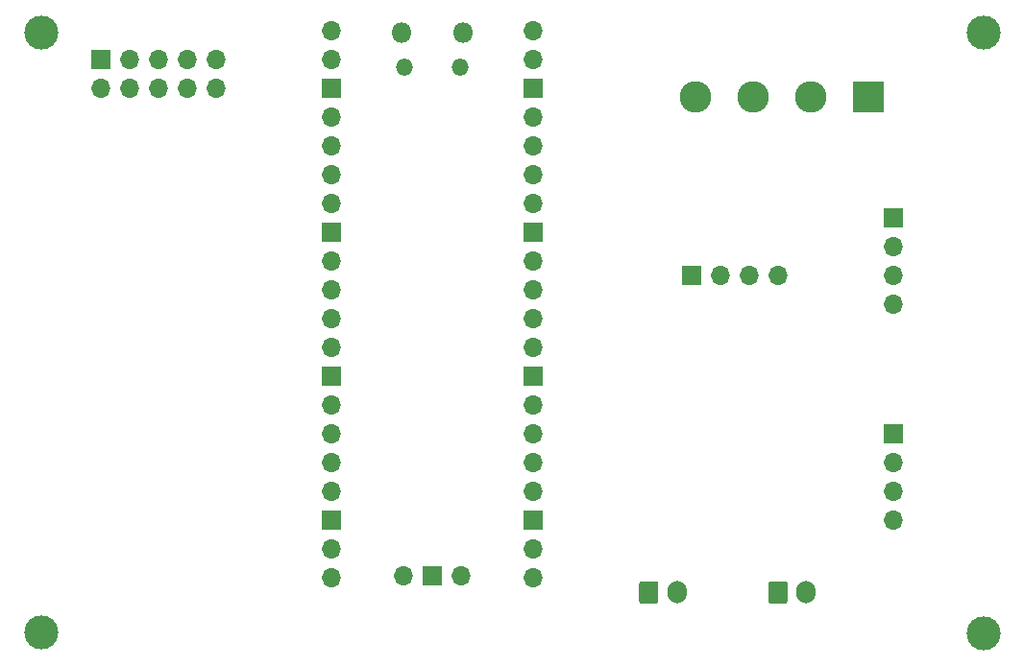
<source format=gbr>
%TF.GenerationSoftware,KiCad,Pcbnew,(5.1.10)-1*%
%TF.CreationDate,2021-08-08T16:35:33+01:00*%
%TF.ProjectId,flowcontrol-v0.1,666c6f77-636f-46e7-9472-6f6c2d76302e,rev?*%
%TF.SameCoordinates,Original*%
%TF.FileFunction,Soldermask,Bot*%
%TF.FilePolarity,Negative*%
%FSLAX46Y46*%
G04 Gerber Fmt 4.6, Leading zero omitted, Abs format (unit mm)*
G04 Created by KiCad (PCBNEW (5.1.10)-1) date 2021-08-08 16:35:33*
%MOMM*%
%LPD*%
G01*
G04 APERTURE LIST*
%ADD10O,1.700000X1.700000*%
%ADD11R,1.700000X1.700000*%
%ADD12O,1.800000X1.800000*%
%ADD13O,1.500000X1.500000*%
%ADD14O,1.700000X2.000000*%
%ADD15R,2.780000X2.780000*%
%ADD16C,2.780000*%
%ADD17C,3.000000*%
G04 APERTURE END LIST*
D10*
%TO.C,U1*%
X127000000Y-67310000D03*
X127000000Y-69850000D03*
D11*
X127000000Y-72390000D03*
D10*
X127000000Y-74930000D03*
X127000000Y-77470000D03*
X127000000Y-80010000D03*
X127000000Y-82550000D03*
D11*
X127000000Y-85090000D03*
D10*
X127000000Y-87630000D03*
X127000000Y-90170000D03*
X127000000Y-92710000D03*
X127000000Y-95250000D03*
D11*
X127000000Y-97790000D03*
D10*
X127000000Y-100330000D03*
X127000000Y-102870000D03*
X127000000Y-105410000D03*
X127000000Y-107950000D03*
D11*
X127000000Y-110490000D03*
D10*
X127000000Y-113030000D03*
X127000000Y-115570000D03*
X144780000Y-115570000D03*
X144780000Y-113030000D03*
D11*
X144780000Y-110490000D03*
D10*
X144780000Y-107950000D03*
X144780000Y-105410000D03*
X144780000Y-102870000D03*
X144780000Y-100330000D03*
D11*
X144780000Y-97790000D03*
D10*
X144780000Y-95250000D03*
X144780000Y-92710000D03*
X144780000Y-90170000D03*
X144780000Y-87630000D03*
D11*
X144780000Y-85090000D03*
D10*
X144780000Y-82550000D03*
X144780000Y-80010000D03*
X144780000Y-77470000D03*
X144780000Y-74930000D03*
D11*
X144780000Y-72390000D03*
D10*
X144780000Y-69850000D03*
X144780000Y-67310000D03*
D12*
X133165000Y-67440000D03*
X138615000Y-67440000D03*
D13*
X133465000Y-70470000D03*
X138315000Y-70470000D03*
D10*
X133350000Y-115340000D03*
D11*
X135890000Y-115340000D03*
D10*
X138430000Y-115340000D03*
%TD*%
D14*
%TO.C,J3*%
X168870000Y-116840000D03*
G36*
G01*
X165520000Y-117590000D02*
X165520000Y-116090000D01*
G75*
G02*
X165770000Y-115840000I250000J0D01*
G01*
X166970000Y-115840000D01*
G75*
G02*
X167220000Y-116090000I0J-250000D01*
G01*
X167220000Y-117590000D01*
G75*
G02*
X166970000Y-117840000I-250000J0D01*
G01*
X165770000Y-117840000D01*
G75*
G02*
X165520000Y-117590000I0J250000D01*
G01*
G37*
%TD*%
D11*
%TO.C,J1*%
X176530000Y-83820000D03*
D10*
X176530000Y-86360000D03*
X176530000Y-88900000D03*
X176530000Y-91440000D03*
%TD*%
%TO.C,J2*%
X176530000Y-110490000D03*
X176530000Y-107950000D03*
X176530000Y-105410000D03*
D11*
X176530000Y-102870000D03*
%TD*%
%TO.C,J4*%
G36*
G01*
X154130000Y-117590000D02*
X154130000Y-116090000D01*
G75*
G02*
X154380000Y-115840000I250000J0D01*
G01*
X155580000Y-115840000D01*
G75*
G02*
X155830000Y-116090000I0J-250000D01*
G01*
X155830000Y-117590000D01*
G75*
G02*
X155580000Y-117840000I-250000J0D01*
G01*
X154380000Y-117840000D01*
G75*
G02*
X154130000Y-117590000I0J250000D01*
G01*
G37*
D14*
X157480000Y-116840000D03*
%TD*%
D15*
%TO.C,J6*%
X174375000Y-73125000D03*
D16*
X169295000Y-73125000D03*
X164215000Y-73125000D03*
X159135000Y-73125000D03*
%TD*%
D11*
%TO.C,J7*%
X158750000Y-88900000D03*
D10*
X161290000Y-88900000D03*
X163830000Y-88900000D03*
X166370000Y-88900000D03*
%TD*%
D17*
%TO.C,REF\u002A\u002A*%
X184454800Y-120421400D03*
%TD*%
%TO.C,REF\u002A\u002A*%
X101447600Y-120370600D03*
%TD*%
%TO.C,REF\u002A\u002A*%
X184454800Y-67411600D03*
%TD*%
%TO.C,REF\u002A\u002A*%
X101447600Y-67424300D03*
%TD*%
D10*
%TO.C,J5*%
X116840000Y-72390000D03*
X116840000Y-69850000D03*
X114300000Y-72390000D03*
X114300000Y-69850000D03*
X111760000Y-72390000D03*
X111760000Y-69850000D03*
X109220000Y-72390000D03*
X109220000Y-69850000D03*
X106680000Y-72390000D03*
D11*
X106680000Y-69850000D03*
%TD*%
M02*

</source>
